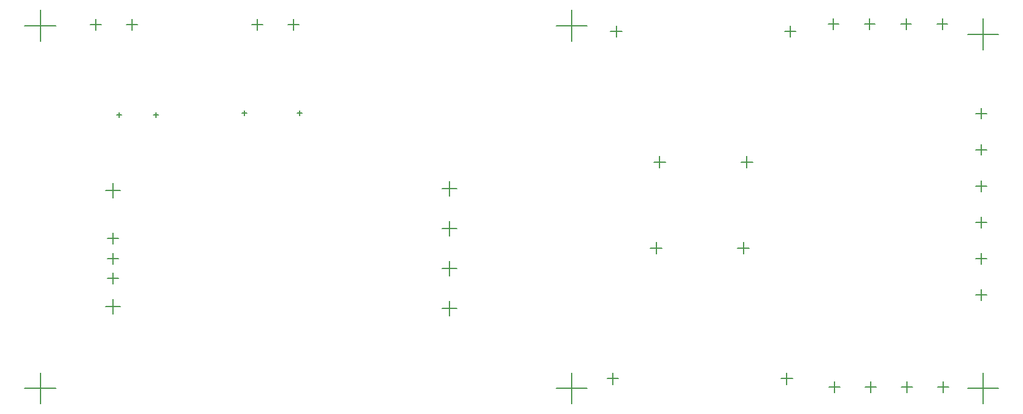
<source format=gbr>
%TF.GenerationSoftware,Altium Limited,Altium Designer,18.0.11 (651)*%
G04 Layer_Color=128*
%FSLAX26Y26*%
%MOIN*%
%TF.FileFunction,Drillmap*%
%TF.Part,Single*%
G01*
G75*
%TA.AperFunction,NonConductor*%
%ADD63C,0.005000*%
D63*
X3981220Y3930000D02*
X4008780D01*
X3995000Y3916220D02*
Y3943780D01*
X3781220Y3930000D02*
X3808780D01*
X3795000Y3916220D02*
Y3943780D01*
X5548032Y2880197D02*
X5627953D01*
X5587992Y2840236D02*
Y2920157D01*
X5548032Y3096732D02*
X5627953D01*
X5587992Y3056772D02*
Y3136693D01*
X5548032Y3529803D02*
X5627953D01*
X5587992Y3489843D02*
Y3569764D01*
X5548032Y3313268D02*
X5627953D01*
X5587992Y3273307D02*
Y3353228D01*
X3722047Y3519961D02*
X3801968D01*
X3762008Y3480000D02*
Y3559921D01*
X3722047Y2890039D02*
X3801968D01*
X3762008Y2850079D02*
Y2930000D01*
X3732087Y3042402D02*
X3791929D01*
X3762008Y3012480D02*
Y3072323D01*
X3732087Y3259331D02*
X3791929D01*
X3762008Y3229410D02*
Y3289252D01*
X3732087Y3150669D02*
X3791929D01*
X3762008Y3120748D02*
Y3180590D01*
X6443622Y2500000D02*
X6506614D01*
X6475118Y2468504D02*
Y2531496D01*
X7388504Y2500000D02*
X7451496D01*
X7420000Y2468504D02*
Y2531496D01*
X7152283Y3208661D02*
X7215275D01*
X7183779Y3177165D02*
Y3240157D01*
X6679843Y3208661D02*
X6742835D01*
X6711339Y3177165D02*
Y3240157D01*
X7840472Y4425000D02*
X7899528D01*
X7870000Y4395472D02*
Y4454528D01*
X8037323Y4425000D02*
X8096378D01*
X8066850Y4395472D02*
Y4454528D01*
X8234173Y4425000D02*
X8293228D01*
X8263701Y4395472D02*
Y4454528D01*
X7643622Y4425000D02*
X7702677D01*
X7673150Y4395472D02*
Y4454528D01*
X7170614Y3675000D02*
X7233606D01*
X7202110Y3643504D02*
Y3706496D01*
X6698173Y3675000D02*
X6761165D01*
X6729669Y3643504D02*
Y3706496D01*
X6461953Y4383661D02*
X6524945D01*
X6493449Y4352165D02*
Y4415157D01*
X7406835Y4383661D02*
X7469827D01*
X7438331Y4352165D02*
Y4415157D01*
X8445472Y3348150D02*
X8504528D01*
X8475000Y3318622D02*
Y3377677D01*
X8445472Y3151299D02*
X8504528D01*
X8475000Y3121772D02*
Y3180827D01*
X8445472Y2954449D02*
X8504528D01*
X8475000Y2924921D02*
Y2983976D01*
X8445472Y3545000D02*
X8504528D01*
X8475000Y3515472D02*
Y3574528D01*
X8445472Y3741850D02*
X8504528D01*
X8475000Y3712323D02*
Y3771378D01*
X8445472Y3938701D02*
X8504528D01*
X8475000Y3909173D02*
Y3968228D01*
X4712323Y4420000D02*
X4771378D01*
X4741850Y4390472D02*
Y4449528D01*
X4515472Y4420000D02*
X4574528D01*
X4545000Y4390472D02*
Y4449528D01*
X8401299Y2446850D02*
X8568622D01*
X8484961Y2363189D02*
Y2530512D01*
X6167047Y2446850D02*
X6334370D01*
X6250709Y2363189D02*
Y2530512D01*
X3283189Y2446850D02*
X3450512D01*
X3366850Y2363189D02*
Y2530512D01*
X8401299Y4368662D02*
X8568622D01*
X8484961Y4285000D02*
Y4452323D01*
X6167047Y4415354D02*
X6334370D01*
X6250709Y4331693D02*
Y4499016D01*
X3283189Y4415354D02*
X3450512D01*
X3366850Y4331693D02*
Y4499016D01*
X3835472Y4420000D02*
X3894528D01*
X3865000Y4390472D02*
Y4449528D01*
X3638622Y4420000D02*
X3697677D01*
X3668150Y4390472D02*
Y4449528D01*
X7648622Y2455000D02*
X7707677D01*
X7678150Y2425472D02*
Y2484528D01*
X8239173Y2455000D02*
X8298228D01*
X8268701Y2425472D02*
Y2484528D01*
X8042323Y2455000D02*
X8101378D01*
X8071850Y2425472D02*
Y2484528D01*
X7845472Y2455000D02*
X7904528D01*
X7875000Y2425472D02*
Y2484528D01*
X4461221Y3940000D02*
X4488779D01*
X4475000Y3926220D02*
Y3953780D01*
X4761221Y3940000D02*
X4788779D01*
X4775000Y3926220D02*
Y3953780D01*
%TF.MD5,c9f63739c0a6b09662c6b58766c74c82*%
M02*

</source>
